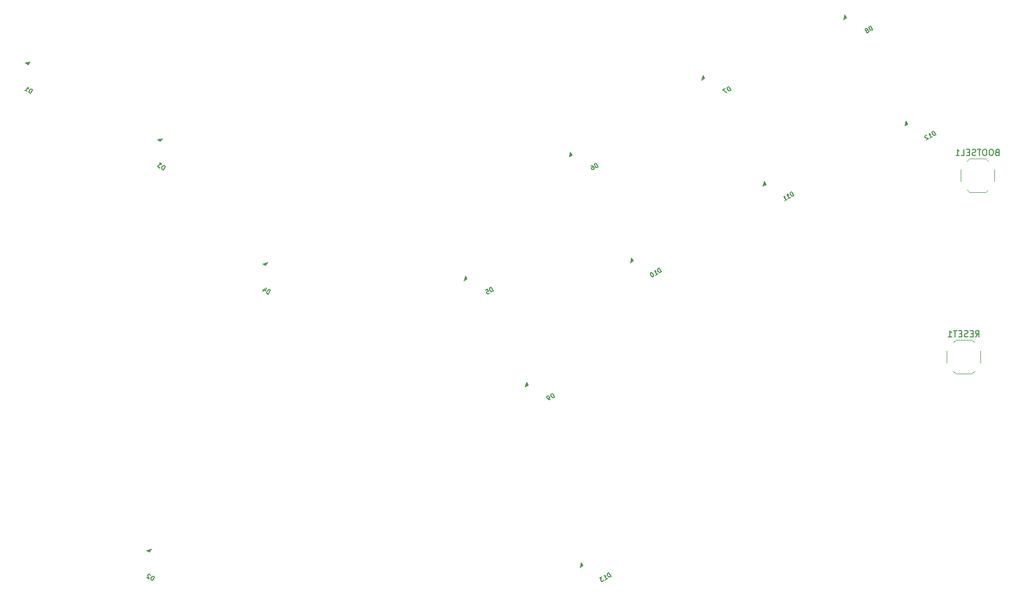
<source format=gbo>
%TF.GenerationSoftware,KiCad,Pcbnew,7.0.2*%
%TF.CreationDate,2023-06-18T21:29:01+09:00*%
%TF.ProjectId,mana-board-kicad,6d616e61-2d62-46f6-9172-642d6b696361,rev?*%
%TF.SameCoordinates,Original*%
%TF.FileFunction,Legend,Bot*%
%TF.FilePolarity,Positive*%
%FSLAX46Y46*%
G04 Gerber Fmt 4.6, Leading zero omitted, Abs format (unit mm)*
G04 Created by KiCad (PCBNEW 7.0.2) date 2023-06-18 21:29:01*
%MOMM*%
%LPD*%
G01*
G04 APERTURE LIST*
%ADD10C,0.150000*%
%ADD11C,0.100000*%
%ADD12C,0.120000*%
G04 APERTURE END LIST*
D10*
%TO.C,D13*%
X183149133Y-146620251D02*
X182799133Y-146014033D01*
X182799133Y-146014033D02*
X182654795Y-146097367D01*
X182654795Y-146097367D02*
X182584860Y-146176234D01*
X182584860Y-146176234D02*
X182560458Y-146267303D01*
X182560458Y-146267303D02*
X182564924Y-146341704D01*
X182564924Y-146341704D02*
X182602723Y-146473841D01*
X182602723Y-146473841D02*
X182652723Y-146560444D01*
X182652723Y-146560444D02*
X182748257Y-146659247D01*
X182748257Y-146659247D02*
X182810458Y-146700315D01*
X182810458Y-146700315D02*
X182901526Y-146724717D01*
X182901526Y-146724717D02*
X183004795Y-146703585D01*
X183004795Y-146703585D02*
X183149133Y-146620251D01*
X182225373Y-147153585D02*
X182571783Y-146953585D01*
X182398578Y-147053585D02*
X182048578Y-146447367D01*
X182048578Y-146447367D02*
X182156313Y-146500636D01*
X182156313Y-146500636D02*
X182247381Y-146525038D01*
X182247381Y-146525038D02*
X182321783Y-146520572D01*
X181673300Y-146664034D02*
X181298022Y-146880700D01*
X181298022Y-146880700D02*
X181633428Y-146994974D01*
X181633428Y-146994974D02*
X181546825Y-147044974D01*
X181546825Y-147044974D02*
X181505757Y-147107175D01*
X181505757Y-147107175D02*
X181493556Y-147152709D01*
X181493556Y-147152709D02*
X181498022Y-147227110D01*
X181498022Y-147227110D02*
X181581355Y-147371448D01*
X181581355Y-147371448D02*
X181643556Y-147412516D01*
X181643556Y-147412516D02*
X181689090Y-147424717D01*
X181689090Y-147424717D02*
X181763492Y-147420251D01*
X181763492Y-147420251D02*
X181936697Y-147320251D01*
X181936697Y-147320251D02*
X181977766Y-147258051D01*
X181977766Y-147258051D02*
X181989966Y-147212516D01*
%TO.C,D7*%
X202723727Y-67191688D02*
X202373727Y-66585470D01*
X202373727Y-66585470D02*
X202229390Y-66668804D01*
X202229390Y-66668804D02*
X202159454Y-66747671D01*
X202159454Y-66747671D02*
X202135052Y-66838740D01*
X202135052Y-66838740D02*
X202139518Y-66913141D01*
X202139518Y-66913141D02*
X202177317Y-67045278D01*
X202177317Y-67045278D02*
X202227317Y-67131881D01*
X202227317Y-67131881D02*
X202322851Y-67230684D01*
X202322851Y-67230684D02*
X202385052Y-67271752D01*
X202385052Y-67271752D02*
X202476121Y-67296154D01*
X202476121Y-67296154D02*
X202579390Y-67275022D01*
X202579390Y-67275022D02*
X202723727Y-67191688D01*
X201825245Y-66902137D02*
X201421099Y-67135470D01*
X201421099Y-67135470D02*
X202030907Y-67591688D01*
%TO.C,D5*%
X163922456Y-99985917D02*
X163572456Y-99379699D01*
X163572456Y-99379699D02*
X163428119Y-99463033D01*
X163428119Y-99463033D02*
X163358183Y-99541900D01*
X163358183Y-99541900D02*
X163333781Y-99632969D01*
X163333781Y-99632969D02*
X163338247Y-99707370D01*
X163338247Y-99707370D02*
X163376046Y-99839507D01*
X163376046Y-99839507D02*
X163426046Y-99926110D01*
X163426046Y-99926110D02*
X163521580Y-100024913D01*
X163521580Y-100024913D02*
X163583781Y-100065981D01*
X163583781Y-100065981D02*
X163674850Y-100090383D01*
X163674850Y-100090383D02*
X163778119Y-100069251D01*
X163778119Y-100069251D02*
X163922456Y-99985917D01*
X162677563Y-99896366D02*
X162966239Y-99729699D01*
X162966239Y-99729699D02*
X163161773Y-100001708D01*
X163161773Y-100001708D02*
X163116239Y-99989507D01*
X163116239Y-99989507D02*
X163041837Y-99993973D01*
X163041837Y-99993973D02*
X162897499Y-100077306D01*
X162897499Y-100077306D02*
X162856431Y-100139507D01*
X162856431Y-100139507D02*
X162844230Y-100185041D01*
X162844230Y-100185041D02*
X162848696Y-100259443D01*
X162848696Y-100259443D02*
X162932029Y-100403781D01*
X162932029Y-100403781D02*
X162994230Y-100444849D01*
X162994230Y-100444849D02*
X163039764Y-100457050D01*
X163039764Y-100457050D02*
X163114166Y-100452584D01*
X163114166Y-100452584D02*
X163258504Y-100369251D01*
X163258504Y-100369251D02*
X163299572Y-100307050D01*
X163299572Y-100307050D02*
X163311773Y-100261516D01*
%TO.C,D10*%
X191361767Y-96845529D02*
X191011767Y-96239311D01*
X191011767Y-96239311D02*
X190867429Y-96322645D01*
X190867429Y-96322645D02*
X190797494Y-96401512D01*
X190797494Y-96401512D02*
X190773092Y-96492581D01*
X190773092Y-96492581D02*
X190777558Y-96566982D01*
X190777558Y-96566982D02*
X190815357Y-96699119D01*
X190815357Y-96699119D02*
X190865357Y-96785722D01*
X190865357Y-96785722D02*
X190960891Y-96884525D01*
X190960891Y-96884525D02*
X191023092Y-96925593D01*
X191023092Y-96925593D02*
X191114160Y-96949995D01*
X191114160Y-96949995D02*
X191217429Y-96928863D01*
X191217429Y-96928863D02*
X191361767Y-96845529D01*
X190438007Y-97378863D02*
X190784417Y-97178863D01*
X190611212Y-97278863D02*
X190261212Y-96672645D01*
X190261212Y-96672645D02*
X190368947Y-96725914D01*
X190368947Y-96725914D02*
X190460015Y-96750316D01*
X190460015Y-96750316D02*
X190534417Y-96745850D01*
X189712729Y-96989312D02*
X189654994Y-97022645D01*
X189654994Y-97022645D02*
X189613925Y-97084846D01*
X189613925Y-97084846D02*
X189601724Y-97130380D01*
X189601724Y-97130380D02*
X189606190Y-97204782D01*
X189606190Y-97204782D02*
X189643989Y-97336918D01*
X189643989Y-97336918D02*
X189727323Y-97481256D01*
X189727323Y-97481256D02*
X189822857Y-97580059D01*
X189822857Y-97580059D02*
X189885058Y-97621128D01*
X189885058Y-97621128D02*
X189930592Y-97633329D01*
X189930592Y-97633329D02*
X190004994Y-97628863D01*
X190004994Y-97628863D02*
X190062729Y-97595529D01*
X190062729Y-97595529D02*
X190103797Y-97533329D01*
X190103797Y-97533329D02*
X190115998Y-97487794D01*
X190115998Y-97487794D02*
X190111532Y-97413393D01*
X190111532Y-97413393D02*
X190073733Y-97281256D01*
X190073733Y-97281256D02*
X189990400Y-97136918D01*
X189990400Y-97136918D02*
X189894865Y-97038115D01*
X189894865Y-97038115D02*
X189832665Y-96997047D01*
X189832665Y-96997047D02*
X189787130Y-96984846D01*
X189787130Y-96984846D02*
X189712729Y-96989312D01*
%TO.C,D9*%
X173922456Y-117306425D02*
X173572456Y-116700207D01*
X173572456Y-116700207D02*
X173428119Y-116783541D01*
X173428119Y-116783541D02*
X173358183Y-116862408D01*
X173358183Y-116862408D02*
X173333781Y-116953477D01*
X173333781Y-116953477D02*
X173338247Y-117027878D01*
X173338247Y-117027878D02*
X173376046Y-117160015D01*
X173376046Y-117160015D02*
X173426046Y-117246618D01*
X173426046Y-117246618D02*
X173521580Y-117345421D01*
X173521580Y-117345421D02*
X173583781Y-117386489D01*
X173583781Y-117386489D02*
X173674850Y-117410891D01*
X173674850Y-117410891D02*
X173778119Y-117389759D01*
X173778119Y-117389759D02*
X173922456Y-117306425D01*
X173287371Y-117673092D02*
X173171901Y-117739759D01*
X173171901Y-117739759D02*
X173097499Y-117744224D01*
X173097499Y-117744224D02*
X173051965Y-117732024D01*
X173051965Y-117732024D02*
X172944230Y-117678754D01*
X172944230Y-117678754D02*
X172848696Y-117579951D01*
X172848696Y-117579951D02*
X172715363Y-117349011D01*
X172715363Y-117349011D02*
X172710897Y-117274609D01*
X172710897Y-117274609D02*
X172723098Y-117229075D01*
X172723098Y-117229075D02*
X172764166Y-117166874D01*
X172764166Y-117166874D02*
X172879636Y-117100207D01*
X172879636Y-117100207D02*
X172954038Y-117095742D01*
X172954038Y-117095742D02*
X172999572Y-117107942D01*
X172999572Y-117107942D02*
X173061773Y-117149011D01*
X173061773Y-117149011D02*
X173145106Y-117293348D01*
X173145106Y-117293348D02*
X173149572Y-117367750D01*
X173149572Y-117367750D02*
X173137371Y-117413284D01*
X173137371Y-117413284D02*
X173096303Y-117475485D01*
X173096303Y-117475485D02*
X172980833Y-117542152D01*
X172980833Y-117542152D02*
X172906431Y-117546618D01*
X172906431Y-117546618D02*
X172860897Y-117534417D01*
X172860897Y-117534417D02*
X172798696Y-117493348D01*
%TO.C,D8*%
X225874363Y-57289764D02*
X225524363Y-56683546D01*
X225524363Y-56683546D02*
X225380026Y-56766880D01*
X225380026Y-56766880D02*
X225310090Y-56845747D01*
X225310090Y-56845747D02*
X225285688Y-56936816D01*
X225285688Y-56936816D02*
X225290154Y-57011217D01*
X225290154Y-57011217D02*
X225327953Y-57143354D01*
X225327953Y-57143354D02*
X225377953Y-57229957D01*
X225377953Y-57229957D02*
X225473487Y-57328760D01*
X225473487Y-57328760D02*
X225535688Y-57369828D01*
X225535688Y-57369828D02*
X225626757Y-57394230D01*
X225626757Y-57394230D02*
X225730026Y-57373098D01*
X225730026Y-57373098D02*
X225874363Y-57289764D01*
X224981543Y-57343354D02*
X225022611Y-57281153D01*
X225022611Y-57281153D02*
X225034812Y-57235619D01*
X225034812Y-57235619D02*
X225030346Y-57161217D01*
X225030346Y-57161217D02*
X225013680Y-57132350D01*
X225013680Y-57132350D02*
X224951479Y-57091281D01*
X224951479Y-57091281D02*
X224905945Y-57079081D01*
X224905945Y-57079081D02*
X224831543Y-57083546D01*
X224831543Y-57083546D02*
X224716073Y-57150213D01*
X224716073Y-57150213D02*
X224675005Y-57212414D01*
X224675005Y-57212414D02*
X224662804Y-57257948D01*
X224662804Y-57257948D02*
X224667270Y-57332350D01*
X224667270Y-57332350D02*
X224683936Y-57361217D01*
X224683936Y-57361217D02*
X224746137Y-57402286D01*
X224746137Y-57402286D02*
X224791671Y-57414487D01*
X224791671Y-57414487D02*
X224866073Y-57410021D01*
X224866073Y-57410021D02*
X224981543Y-57343354D01*
X224981543Y-57343354D02*
X225055945Y-57338888D01*
X225055945Y-57338888D02*
X225101479Y-57351089D01*
X225101479Y-57351089D02*
X225163680Y-57392157D01*
X225163680Y-57392157D02*
X225230346Y-57507628D01*
X225230346Y-57507628D02*
X225234812Y-57582029D01*
X225234812Y-57582029D02*
X225222611Y-57627563D01*
X225222611Y-57627563D02*
X225181543Y-57689764D01*
X225181543Y-57689764D02*
X225066073Y-57756431D01*
X225066073Y-57756431D02*
X224991671Y-57760897D01*
X224991671Y-57760897D02*
X224946137Y-57748696D01*
X224946137Y-57748696D02*
X224883936Y-57707628D01*
X224883936Y-57707628D02*
X224817270Y-57592157D01*
X224817270Y-57592157D02*
X224812804Y-57517756D01*
X224812804Y-57517756D02*
X224825005Y-57472222D01*
X224825005Y-57472222D02*
X224866073Y-57410021D01*
%TO.C,D6*%
X181073091Y-79691687D02*
X180723091Y-79085469D01*
X180723091Y-79085469D02*
X180578754Y-79168803D01*
X180578754Y-79168803D02*
X180508818Y-79247670D01*
X180508818Y-79247670D02*
X180484416Y-79338739D01*
X180484416Y-79338739D02*
X180488882Y-79413140D01*
X180488882Y-79413140D02*
X180526681Y-79545277D01*
X180526681Y-79545277D02*
X180576681Y-79631880D01*
X180576681Y-79631880D02*
X180672215Y-79730683D01*
X180672215Y-79730683D02*
X180734416Y-79771751D01*
X180734416Y-79771751D02*
X180825485Y-79796153D01*
X180825485Y-79796153D02*
X180928754Y-79775021D01*
X180928754Y-79775021D02*
X181073091Y-79691687D01*
X179857066Y-79585469D02*
X179972536Y-79518803D01*
X179972536Y-79518803D02*
X180046938Y-79514337D01*
X180046938Y-79514337D02*
X180092472Y-79526538D01*
X180092472Y-79526538D02*
X180200207Y-79579807D01*
X180200207Y-79579807D02*
X180295741Y-79678610D01*
X180295741Y-79678610D02*
X180429074Y-79909551D01*
X180429074Y-79909551D02*
X180433540Y-79983952D01*
X180433540Y-79983952D02*
X180421339Y-80029486D01*
X180421339Y-80029486D02*
X180380271Y-80091687D01*
X180380271Y-80091687D02*
X180264801Y-80158354D01*
X180264801Y-80158354D02*
X180190399Y-80162820D01*
X180190399Y-80162820D02*
X180144865Y-80150619D01*
X180144865Y-80150619D02*
X180082664Y-80109551D01*
X180082664Y-80109551D02*
X179999331Y-79965213D01*
X179999331Y-79965213D02*
X179994865Y-79890811D01*
X179994865Y-79890811D02*
X180007066Y-79845277D01*
X180007066Y-79845277D02*
X180048134Y-79783076D01*
X180048134Y-79783076D02*
X180163604Y-79716410D01*
X180163604Y-79716410D02*
X180238006Y-79711944D01*
X180238006Y-79711944D02*
X180283540Y-79724145D01*
X180283540Y-79724145D02*
X180345741Y-79765213D01*
%TO.C,BOOTSEL1*%
X246166666Y-77313809D02*
X246023809Y-77361428D01*
X246023809Y-77361428D02*
X245976190Y-77409047D01*
X245976190Y-77409047D02*
X245928571Y-77504285D01*
X245928571Y-77504285D02*
X245928571Y-77647142D01*
X245928571Y-77647142D02*
X245976190Y-77742380D01*
X245976190Y-77742380D02*
X246023809Y-77790000D01*
X246023809Y-77790000D02*
X246119047Y-77837619D01*
X246119047Y-77837619D02*
X246499999Y-77837619D01*
X246499999Y-77837619D02*
X246499999Y-76837619D01*
X246499999Y-76837619D02*
X246166666Y-76837619D01*
X246166666Y-76837619D02*
X246071428Y-76885238D01*
X246071428Y-76885238D02*
X246023809Y-76932857D01*
X246023809Y-76932857D02*
X245976190Y-77028095D01*
X245976190Y-77028095D02*
X245976190Y-77123333D01*
X245976190Y-77123333D02*
X246023809Y-77218571D01*
X246023809Y-77218571D02*
X246071428Y-77266190D01*
X246071428Y-77266190D02*
X246166666Y-77313809D01*
X246166666Y-77313809D02*
X246499999Y-77313809D01*
X245309523Y-76837619D02*
X245119047Y-76837619D01*
X245119047Y-76837619D02*
X245023809Y-76885238D01*
X245023809Y-76885238D02*
X244928571Y-76980476D01*
X244928571Y-76980476D02*
X244880952Y-77170952D01*
X244880952Y-77170952D02*
X244880952Y-77504285D01*
X244880952Y-77504285D02*
X244928571Y-77694761D01*
X244928571Y-77694761D02*
X245023809Y-77790000D01*
X245023809Y-77790000D02*
X245119047Y-77837619D01*
X245119047Y-77837619D02*
X245309523Y-77837619D01*
X245309523Y-77837619D02*
X245404761Y-77790000D01*
X245404761Y-77790000D02*
X245499999Y-77694761D01*
X245499999Y-77694761D02*
X245547618Y-77504285D01*
X245547618Y-77504285D02*
X245547618Y-77170952D01*
X245547618Y-77170952D02*
X245499999Y-76980476D01*
X245499999Y-76980476D02*
X245404761Y-76885238D01*
X245404761Y-76885238D02*
X245309523Y-76837619D01*
X244261904Y-76837619D02*
X244071428Y-76837619D01*
X244071428Y-76837619D02*
X243976190Y-76885238D01*
X243976190Y-76885238D02*
X243880952Y-76980476D01*
X243880952Y-76980476D02*
X243833333Y-77170952D01*
X243833333Y-77170952D02*
X243833333Y-77504285D01*
X243833333Y-77504285D02*
X243880952Y-77694761D01*
X243880952Y-77694761D02*
X243976190Y-77790000D01*
X243976190Y-77790000D02*
X244071428Y-77837619D01*
X244071428Y-77837619D02*
X244261904Y-77837619D01*
X244261904Y-77837619D02*
X244357142Y-77790000D01*
X244357142Y-77790000D02*
X244452380Y-77694761D01*
X244452380Y-77694761D02*
X244499999Y-77504285D01*
X244499999Y-77504285D02*
X244499999Y-77170952D01*
X244499999Y-77170952D02*
X244452380Y-76980476D01*
X244452380Y-76980476D02*
X244357142Y-76885238D01*
X244357142Y-76885238D02*
X244261904Y-76837619D01*
X243547618Y-76837619D02*
X242976190Y-76837619D01*
X243261904Y-77837619D02*
X243261904Y-76837619D01*
X242690475Y-77790000D02*
X242547618Y-77837619D01*
X242547618Y-77837619D02*
X242309523Y-77837619D01*
X242309523Y-77837619D02*
X242214285Y-77790000D01*
X242214285Y-77790000D02*
X242166666Y-77742380D01*
X242166666Y-77742380D02*
X242119047Y-77647142D01*
X242119047Y-77647142D02*
X242119047Y-77551904D01*
X242119047Y-77551904D02*
X242166666Y-77456666D01*
X242166666Y-77456666D02*
X242214285Y-77409047D01*
X242214285Y-77409047D02*
X242309523Y-77361428D01*
X242309523Y-77361428D02*
X242499999Y-77313809D01*
X242499999Y-77313809D02*
X242595237Y-77266190D01*
X242595237Y-77266190D02*
X242642856Y-77218571D01*
X242642856Y-77218571D02*
X242690475Y-77123333D01*
X242690475Y-77123333D02*
X242690475Y-77028095D01*
X242690475Y-77028095D02*
X242642856Y-76932857D01*
X242642856Y-76932857D02*
X242595237Y-76885238D01*
X242595237Y-76885238D02*
X242499999Y-76837619D01*
X242499999Y-76837619D02*
X242261904Y-76837619D01*
X242261904Y-76837619D02*
X242119047Y-76885238D01*
X241690475Y-77313809D02*
X241357142Y-77313809D01*
X241214285Y-77837619D02*
X241690475Y-77837619D01*
X241690475Y-77837619D02*
X241690475Y-76837619D01*
X241690475Y-76837619D02*
X241214285Y-76837619D01*
X240309523Y-77837619D02*
X240785713Y-77837619D01*
X240785713Y-77837619D02*
X240785713Y-76837619D01*
X239452380Y-77837619D02*
X240023808Y-77837619D01*
X239738094Y-77837619D02*
X239738094Y-76837619D01*
X239738094Y-76837619D02*
X239833332Y-76980476D01*
X239833332Y-76980476D02*
X239928570Y-77075714D01*
X239928570Y-77075714D02*
X240023808Y-77123333D01*
%TO.C,D11*%
X213012403Y-84345529D02*
X212662403Y-83739311D01*
X212662403Y-83739311D02*
X212518065Y-83822645D01*
X212518065Y-83822645D02*
X212448130Y-83901512D01*
X212448130Y-83901512D02*
X212423728Y-83992581D01*
X212423728Y-83992581D02*
X212428194Y-84066982D01*
X212428194Y-84066982D02*
X212465993Y-84199119D01*
X212465993Y-84199119D02*
X212515993Y-84285722D01*
X212515993Y-84285722D02*
X212611527Y-84384525D01*
X212611527Y-84384525D02*
X212673728Y-84425593D01*
X212673728Y-84425593D02*
X212764796Y-84449995D01*
X212764796Y-84449995D02*
X212868065Y-84428863D01*
X212868065Y-84428863D02*
X213012403Y-84345529D01*
X212088643Y-84878863D02*
X212435053Y-84678863D01*
X212261848Y-84778863D02*
X211911848Y-84172645D01*
X211911848Y-84172645D02*
X212019583Y-84225914D01*
X212019583Y-84225914D02*
X212110651Y-84250316D01*
X212110651Y-84250316D02*
X212185053Y-84245850D01*
X211511292Y-85212196D02*
X211857702Y-85012196D01*
X211684497Y-85112196D02*
X211334497Y-84505978D01*
X211334497Y-84505978D02*
X211442232Y-84559247D01*
X211442232Y-84559247D02*
X211533301Y-84583649D01*
X211533301Y-84583649D02*
X211607702Y-84579183D01*
%TO.C,D4*%
X127235528Y-100502585D02*
X127585528Y-99896367D01*
X127585528Y-99896367D02*
X127441190Y-99813033D01*
X127441190Y-99813033D02*
X127337921Y-99791901D01*
X127337921Y-99791901D02*
X127246853Y-99816303D01*
X127246853Y-99816303D02*
X127184652Y-99857371D01*
X127184652Y-99857371D02*
X127089118Y-99956174D01*
X127089118Y-99956174D02*
X127039118Y-100042777D01*
X127039118Y-100042777D02*
X127001319Y-100174914D01*
X127001319Y-100174914D02*
X126996853Y-100249315D01*
X126996853Y-100249315D02*
X127021255Y-100340384D01*
X127021255Y-100340384D02*
X127091190Y-100419251D01*
X127091190Y-100419251D02*
X127235528Y-100502585D01*
X126602836Y-99598439D02*
X126369503Y-100002585D01*
X126880507Y-99450833D02*
X126774844Y-99967179D01*
X126774844Y-99967179D02*
X126399567Y-99750512D01*
%TO.C,D12*%
X236163038Y-74443606D02*
X235813038Y-73837388D01*
X235813038Y-73837388D02*
X235668700Y-73920722D01*
X235668700Y-73920722D02*
X235598765Y-73999589D01*
X235598765Y-73999589D02*
X235574363Y-74090658D01*
X235574363Y-74090658D02*
X235578829Y-74165059D01*
X235578829Y-74165059D02*
X235616628Y-74297196D01*
X235616628Y-74297196D02*
X235666628Y-74383799D01*
X235666628Y-74383799D02*
X235762162Y-74482602D01*
X235762162Y-74482602D02*
X235824363Y-74523670D01*
X235824363Y-74523670D02*
X235915431Y-74548072D01*
X235915431Y-74548072D02*
X236018700Y-74526940D01*
X236018700Y-74526940D02*
X236163038Y-74443606D01*
X235239278Y-74976940D02*
X235585688Y-74776940D01*
X235412483Y-74876940D02*
X235062483Y-74270722D01*
X235062483Y-74270722D02*
X235170218Y-74323991D01*
X235170218Y-74323991D02*
X235261286Y-74348393D01*
X235261286Y-74348393D02*
X235335688Y-74343927D01*
X234691671Y-74561790D02*
X234646136Y-74549589D01*
X234646136Y-74549589D02*
X234571735Y-74554055D01*
X234571735Y-74554055D02*
X234427397Y-74637389D01*
X234427397Y-74637389D02*
X234386329Y-74699589D01*
X234386329Y-74699589D02*
X234374128Y-74745124D01*
X234374128Y-74745124D02*
X234378594Y-74819525D01*
X234378594Y-74819525D02*
X234411927Y-74877260D01*
X234411927Y-74877260D02*
X234490795Y-74947196D01*
X234490795Y-74947196D02*
X235037205Y-75093606D01*
X235037205Y-75093606D02*
X234661927Y-75310273D01*
%TO.C,D3*%
X110084894Y-80208355D02*
X110434894Y-79602137D01*
X110434894Y-79602137D02*
X110290556Y-79518803D01*
X110290556Y-79518803D02*
X110187287Y-79497671D01*
X110187287Y-79497671D02*
X110096219Y-79522073D01*
X110096219Y-79522073D02*
X110034018Y-79563141D01*
X110034018Y-79563141D02*
X109938484Y-79661944D01*
X109938484Y-79661944D02*
X109888484Y-79748547D01*
X109888484Y-79748547D02*
X109850685Y-79880684D01*
X109850685Y-79880684D02*
X109846219Y-79955085D01*
X109846219Y-79955085D02*
X109870621Y-80046154D01*
X109870621Y-80046154D02*
X109940556Y-80125021D01*
X109940556Y-80125021D02*
X110084894Y-80208355D01*
X109886411Y-79285470D02*
X109511134Y-79068803D01*
X109511134Y-79068803D02*
X109579873Y-79416410D01*
X109579873Y-79416410D02*
X109493270Y-79366410D01*
X109493270Y-79366410D02*
X109418869Y-79361944D01*
X109418869Y-79361944D02*
X109373334Y-79374145D01*
X109373334Y-79374145D02*
X109311134Y-79415214D01*
X109311134Y-79415214D02*
X109227800Y-79559551D01*
X109227800Y-79559551D02*
X109223334Y-79633953D01*
X109223334Y-79633953D02*
X109235535Y-79679487D01*
X109235535Y-79679487D02*
X109276604Y-79741688D01*
X109276604Y-79741688D02*
X109449809Y-79841688D01*
X109449809Y-79841688D02*
X109524210Y-79846154D01*
X109524210Y-79846154D02*
X109569745Y-79833953D01*
%TO.C,RESET1*%
X242678571Y-107462619D02*
X243011904Y-106986428D01*
X243249999Y-107462619D02*
X243249999Y-106462619D01*
X243249999Y-106462619D02*
X242869047Y-106462619D01*
X242869047Y-106462619D02*
X242773809Y-106510238D01*
X242773809Y-106510238D02*
X242726190Y-106557857D01*
X242726190Y-106557857D02*
X242678571Y-106653095D01*
X242678571Y-106653095D02*
X242678571Y-106795952D01*
X242678571Y-106795952D02*
X242726190Y-106891190D01*
X242726190Y-106891190D02*
X242773809Y-106938809D01*
X242773809Y-106938809D02*
X242869047Y-106986428D01*
X242869047Y-106986428D02*
X243249999Y-106986428D01*
X242249999Y-106938809D02*
X241916666Y-106938809D01*
X241773809Y-107462619D02*
X242249999Y-107462619D01*
X242249999Y-107462619D02*
X242249999Y-106462619D01*
X242249999Y-106462619D02*
X241773809Y-106462619D01*
X241392856Y-107415000D02*
X241249999Y-107462619D01*
X241249999Y-107462619D02*
X241011904Y-107462619D01*
X241011904Y-107462619D02*
X240916666Y-107415000D01*
X240916666Y-107415000D02*
X240869047Y-107367380D01*
X240869047Y-107367380D02*
X240821428Y-107272142D01*
X240821428Y-107272142D02*
X240821428Y-107176904D01*
X240821428Y-107176904D02*
X240869047Y-107081666D01*
X240869047Y-107081666D02*
X240916666Y-107034047D01*
X240916666Y-107034047D02*
X241011904Y-106986428D01*
X241011904Y-106986428D02*
X241202380Y-106938809D01*
X241202380Y-106938809D02*
X241297618Y-106891190D01*
X241297618Y-106891190D02*
X241345237Y-106843571D01*
X241345237Y-106843571D02*
X241392856Y-106748333D01*
X241392856Y-106748333D02*
X241392856Y-106653095D01*
X241392856Y-106653095D02*
X241345237Y-106557857D01*
X241345237Y-106557857D02*
X241297618Y-106510238D01*
X241297618Y-106510238D02*
X241202380Y-106462619D01*
X241202380Y-106462619D02*
X240964285Y-106462619D01*
X240964285Y-106462619D02*
X240821428Y-106510238D01*
X240392856Y-106938809D02*
X240059523Y-106938809D01*
X239916666Y-107462619D02*
X240392856Y-107462619D01*
X240392856Y-107462619D02*
X240392856Y-106462619D01*
X240392856Y-106462619D02*
X239916666Y-106462619D01*
X239630951Y-106462619D02*
X239059523Y-106462619D01*
X239345237Y-107462619D02*
X239345237Y-106462619D01*
X238202380Y-107462619D02*
X238773808Y-107462619D01*
X238488094Y-107462619D02*
X238488094Y-106462619D01*
X238488094Y-106462619D02*
X238583332Y-106605476D01*
X238583332Y-106605476D02*
X238678570Y-106700714D01*
X238678570Y-106700714D02*
X238773808Y-106748333D01*
%TO.C,D1*%
X88434259Y-67708355D02*
X88784259Y-67102137D01*
X88784259Y-67102137D02*
X88639921Y-67018803D01*
X88639921Y-67018803D02*
X88536652Y-66997671D01*
X88536652Y-66997671D02*
X88445584Y-67022073D01*
X88445584Y-67022073D02*
X88383383Y-67063141D01*
X88383383Y-67063141D02*
X88287849Y-67161944D01*
X88287849Y-67161944D02*
X88237849Y-67248547D01*
X88237849Y-67248547D02*
X88200050Y-67380684D01*
X88200050Y-67380684D02*
X88195584Y-67455085D01*
X88195584Y-67455085D02*
X88219986Y-67546154D01*
X88219986Y-67546154D02*
X88289921Y-67625021D01*
X88289921Y-67625021D02*
X88434259Y-67708355D01*
X87510499Y-67175021D02*
X87856909Y-67375021D01*
X87683704Y-67275021D02*
X88033704Y-66668803D01*
X88033704Y-66668803D02*
X88041439Y-66788739D01*
X88041439Y-66788739D02*
X88065840Y-66879808D01*
X88065840Y-66879808D02*
X88106909Y-66942009D01*
%TO.C,D2*%
X108297706Y-147303855D02*
X108647706Y-146697637D01*
X108647706Y-146697637D02*
X108503368Y-146614303D01*
X108503368Y-146614303D02*
X108400099Y-146593171D01*
X108400099Y-146593171D02*
X108309031Y-146617573D01*
X108309031Y-146617573D02*
X108246830Y-146658641D01*
X108246830Y-146658641D02*
X108151296Y-146757444D01*
X108151296Y-146757444D02*
X108101296Y-146844047D01*
X108101296Y-146844047D02*
X108063497Y-146976184D01*
X108063497Y-146976184D02*
X108059031Y-147050585D01*
X108059031Y-147050585D02*
X108083433Y-147141654D01*
X108083433Y-147141654D02*
X108153368Y-147220521D01*
X108153368Y-147220521D02*
X108297706Y-147303855D01*
X108037022Y-146422038D02*
X108024822Y-146376504D01*
X108024822Y-146376504D02*
X107983753Y-146314303D01*
X107983753Y-146314303D02*
X107839416Y-146230970D01*
X107839416Y-146230970D02*
X107765014Y-146226504D01*
X107765014Y-146226504D02*
X107719480Y-146238705D01*
X107719480Y-146238705D02*
X107657279Y-146279773D01*
X107657279Y-146279773D02*
X107623946Y-146337509D01*
X107623946Y-146337509D02*
X107602813Y-146440778D01*
X107602813Y-146440778D02*
X107749223Y-146987188D01*
X107749223Y-146987188D02*
X107373946Y-146770521D01*
%TO.C,D13*%
D11*
X178595839Y-144833715D02*
X178076224Y-145133715D01*
X178295839Y-144314100D01*
X178595839Y-144833715D01*
G36*
X178595839Y-144833715D02*
G01*
X178076224Y-145133715D01*
X178295839Y-144314100D01*
X178595839Y-144833715D01*
G37*
%TO.C,D7*%
X198459109Y-65238485D02*
X197939494Y-65538485D01*
X198159109Y-64718870D01*
X198459109Y-65238485D01*
G36*
X198459109Y-65238485D02*
G01*
X197939494Y-65538485D01*
X198159109Y-64718870D01*
X198459109Y-65238485D01*
G37*
%TO.C,D5*%
X159657838Y-98032714D02*
X159138223Y-98332714D01*
X159357838Y-97513099D01*
X159657838Y-98032714D01*
G36*
X159657838Y-98032714D02*
G01*
X159138223Y-98332714D01*
X159357838Y-97513099D01*
X159657838Y-98032714D01*
G37*
%TO.C,D10*%
X186808473Y-95058993D02*
X186288858Y-95358993D01*
X186508473Y-94539378D01*
X186808473Y-95058993D01*
G36*
X186808473Y-95058993D02*
G01*
X186288858Y-95358993D01*
X186508473Y-94539378D01*
X186808473Y-95058993D01*
G37*
%TO.C,D9*%
X169657838Y-115353222D02*
X169138223Y-115653222D01*
X169357838Y-114833607D01*
X169657838Y-115353222D01*
G36*
X169657838Y-115353222D02*
G01*
X169138223Y-115653222D01*
X169357838Y-114833607D01*
X169657838Y-115353222D01*
G37*
%TO.C,D8*%
X221609745Y-55336561D02*
X221090130Y-55636561D01*
X221309745Y-54816946D01*
X221609745Y-55336561D01*
G36*
X221609745Y-55336561D02*
G01*
X221090130Y-55636561D01*
X221309745Y-54816946D01*
X221609745Y-55336561D01*
G37*
%TO.C,D6*%
X176808473Y-77738484D02*
X176288858Y-78038484D01*
X176508473Y-77218869D01*
X176808473Y-77738484D01*
G36*
X176808473Y-77738484D02*
G01*
X176288858Y-78038484D01*
X176508473Y-77218869D01*
X176808473Y-77738484D01*
G37*
D12*
%TO.C,BOOTSEL1*%
X245750000Y-80125000D02*
X245750000Y-82125000D01*
X244750000Y-83425000D02*
X244300000Y-83875000D01*
X244750000Y-78825000D02*
X244300000Y-78375000D01*
X244300000Y-83875000D02*
X241700000Y-83875000D01*
X244300000Y-78375000D02*
X241700000Y-78375000D01*
X241250000Y-83425000D02*
X241700000Y-83875000D01*
X241250000Y-78825000D02*
X241700000Y-78375000D01*
X240250000Y-80125000D02*
X240250000Y-82125000D01*
%TO.C,D11*%
D11*
X208459109Y-82558993D02*
X207939494Y-82858993D01*
X208159109Y-82039378D01*
X208459109Y-82558993D01*
G36*
X208459109Y-82558993D02*
G01*
X207939494Y-82858993D01*
X208159109Y-82039378D01*
X208459109Y-82558993D01*
G37*
%TO.C,D4*%
X126794743Y-95832715D02*
X126275128Y-95532715D01*
X127094743Y-95313100D01*
X126794743Y-95832715D01*
G36*
X126794743Y-95832715D02*
G01*
X126275128Y-95532715D01*
X127094743Y-95313100D01*
X126794743Y-95832715D01*
G37*
%TO.C,D12*%
X231609744Y-72657070D02*
X231090129Y-72957070D01*
X231309744Y-72137455D01*
X231609744Y-72657070D01*
G36*
X231609744Y-72657070D02*
G01*
X231090129Y-72957070D01*
X231309744Y-72137455D01*
X231609744Y-72657070D01*
G37*
%TO.C,D3*%
X109644109Y-75538485D02*
X109124494Y-75238485D01*
X109944109Y-75018870D01*
X109644109Y-75538485D01*
G36*
X109644109Y-75538485D02*
G01*
X109124494Y-75238485D01*
X109944109Y-75018870D01*
X109644109Y-75538485D01*
G37*
D12*
%TO.C,RESET1*%
X243500000Y-109750000D02*
X243500000Y-111750000D01*
X242500000Y-113050000D02*
X242050000Y-113500000D01*
X242500000Y-108450000D02*
X242050000Y-108000000D01*
X242050000Y-113500000D02*
X239450000Y-113500000D01*
X242050000Y-108000000D02*
X239450000Y-108000000D01*
X239000000Y-113050000D02*
X239450000Y-113500000D01*
X239000000Y-108450000D02*
X239450000Y-108000000D01*
X238000000Y-109750000D02*
X238000000Y-111750000D01*
%TO.C,D1*%
D11*
X87993474Y-63038485D02*
X87473859Y-62738485D01*
X88293474Y-62518870D01*
X87993474Y-63038485D01*
G36*
X87993474Y-63038485D02*
G01*
X87473859Y-62738485D01*
X88293474Y-62518870D01*
X87993474Y-63038485D01*
G37*
%TO.C,D2*%
X107856921Y-142633985D02*
X107337306Y-142333985D01*
X108156921Y-142114370D01*
X107856921Y-142633985D01*
G36*
X107856921Y-142633985D02*
G01*
X107337306Y-142333985D01*
X108156921Y-142114370D01*
X107856921Y-142633985D01*
G37*
%TD*%
M02*

</source>
